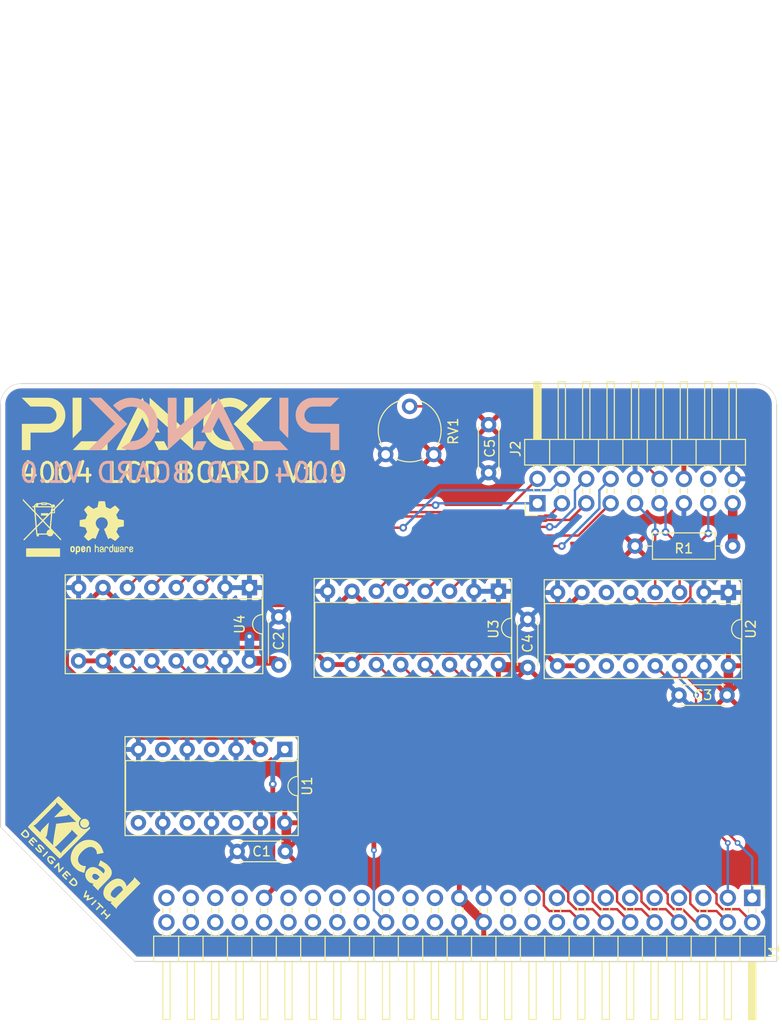
<source format=kicad_pcb>
(kicad_pcb (version 20211014) (generator pcbnew)
  (layers (0 "F.Cu" signal) (31 "B.Cu" signal) (34 "B.Paste" user) (35 "F.Paste" user) (36 "B.SilkS" user "B.Silkscreen") (37 "F.SilkS" user "F.Silkscreen") (38 "B.Mask" user) (39 "F.Mask" user) (44 "Edge.Cuts" user))
  (net 0 "")
  (net 1 "RDY")
  (net 2 "A15")
  (net 3 "A14")
  (net 4 "A13")
  (net 5 "A12")
  (net 6 "A11")
  (net 7 "GND")
  (net 8 "+5V")
  (net 9 "A10")
  (net 10 "A9")
  (net 11 "A8")
  (net 12 "D7")
  (net 13 "A7")
  (net 14 "D6")
  (net 15 "A6")
  (net 16 "D5")
  (net 17 "A5")
  (net 18 "D4")
  (net 19 "A4")
  (net 20 "D3")
  (net 21 "A3")
  (net 22 "D2")
  (net 23 "A2")
  (net 24 "D1")
  (net 25 "A1")
  (net 26 "D0")
  (net 27 "A0")
  (net 28 "CLK")
  (net 29 "BE")
  (net 30 "SYNC")
  (net 31 "EX3")
  (net 32 "EX2")
  (net 33 "EX1")
  (net 34 "EX0")
  (net 35 "~{NMI}")
  (net 36 "~{RESET}")
  (net 37 "~{SLOT_IRQ}")
  (net 38 "~{IRQ}")
  (net 39 "R~{W}")
  (net 40 "CLK_12M")
  (net 41 "LED4")
  (net 42 "LED3")
  (net 43 "LED2")
  (net 44 "LED1")
  (net 45 "~{SLOT_SEL}")
  (net 46 "~{INH}")
  (net 47 "~{SSEL}")
  (net 48 "~{SLOW}")
  (net 49 "/E1")
  (net 50 "Net-(RV1-Pad2)")
  (net 53 "CLK_INV")
  (net 56 "Net-(U2-Pad5)")
  (net 59 "/A")
  (net 60 "/RS")
  (net 61 "/D_7")
  (net 62 "/D_6")
  (net 63 "/D_5")
  (net 64 "/D_4")
  (net 65 "/D_3")
  (net 66 "/D_2")
  (net 67 "/D_1")
  (net 68 "/D_0")
  (footprint "Connector_PinHeader_2.54mm:PinHeader_2x25_P2.54mm_Horizontal" (layer "F.Cu") (at 78.232 -6.604 -90)
    (fp_text reference "J1" (at 5.655 -2.27 90) (layer "F.SilkS"))
    (fp_text value "Conn_01x40")
    (pad "1" thru_hole rect locked (at 0 0 270) (size 1.7 1.7) (drill 1) (layers *.Cu *.Mask) (net 27 "A0"))
    (pad "2" thru_hole oval locked (at 2.54 0 270) (size 1.7 1.7) (drill 1) (layers *.Cu *.Mask) (net 26 "D0"))
    (pad "3" thru_hole oval locked (at 0 2.54 270) (size 1.7 1.7) (drill 1) (layers *.Cu *.Mask) (net 25 "A1"))
    (pad "4" thru_hole oval locked (at 2.54 2.54 270) (size 1.7 1.7) (drill 1) (layers *.Cu *.Mask) (net 24 "D1"))
    (pad "5" thru_hole oval locked (at 0 5.08 270) (size 1.7 1.7) (drill 1) (layers *.Cu *.Mask) (net 23 "A2"))
    (pad "6" thru_hole oval locked (at 2.54 5.08 270) (size 1.7 1.7) (drill 1) (layers *.Cu *.Mask) (net 22 "D2"))
    (pad "7" thru_hole oval locked (at 0 7.62 270) (size 1.7 1.7) (drill 1) (layers *.Cu *.Mask) (net 21 "A3"))
    (pad "8" thru_hole oval locked (at 2.54 7.62 270) (size 1.7 1.7) (drill 1) (layers *.Cu *.Mask) (net 20 "D3"))
    (pad "9" thru_hole oval locked (at 0 10.16 270) (size 1.7 1.7) (drill 1) (layers *.Cu *.Mask) (net 19 "A4"))
    (pad "10" thru_hole oval locked (at 2.54 10.16 270) (size 1.7 1.7) (drill 1) (layers *.Cu *.Mask) (net 18 "D4"))
    (pad "11" thru_hole oval locked (at 0 12.7 270) (size 1.7 1.7) (drill 1) (layers *.Cu *.Mask) (net 17 "A5"))
    (pad "12" thru_hole oval locked (at 2.54 12.7 270) (size 1.7 1.7) (drill 1) (layers *.Cu *.Mask) (net 16 "D5"))
    (pad "13" thru_hole oval locked (at 0 15.24 270) (size 1.7 1.7) (drill 1) (layers *.Cu *.Mask) (net 15 "A6"))
    (pad "14" thru_hole oval locked (at 2.54 15.24 270) (size 1.7 1.7) (drill 1) (layers *.Cu *.Mask) (net 14 "D6"))
    (pad "15" thru_hole oval locked (at 0 17.78 270) (size 1.7 1.7) (drill 1) (layers *.Cu *.Mask) (net 13 "A7"))
    (pad "16" thru_hole oval locked (at 2.54 17.78 270) (size 1.7 1.7) (drill 1) (layers *.Cu *.Mask) (net 12 "D7"))
    (pad "17" thru_hole oval locked (at 0 20.32 270) (size 1.7 1.7) (drill 1) (layers *.Cu *.Mask) (net 11 "A8"))
    (pad "18" thru_hole oval locked (at 2.54 20.32 270) (size 1.7 1.7) (drill 1) (layers *.Cu *.Mask) (net 34 "EX0"))
    (pad "19" thru_hole oval locked (at 0 22.86 270) (size 1.7 1.7) (drill 1) (layers *.Cu *.Mask) (net 10 "A9"))
    (pad "20" thru_hole oval locked (at 2.54 22.86 270) (size 1.7 1.7) (drill 1) (layers *.Cu *.Mask) (net 33 "EX1"))
    (pad "21" thru_hole oval locked (at 0 25.4 270) (size 1.7 1.7) (drill 1) (layers *.Cu *.Mask) (net 9 "A10"))
    (pad "22" thru_hole oval locked (at 2.54 25.4 270) (size 1.7 1.7) (drill 1) (layers *.Cu *.Mask) (net 48 "~{SLOW}"))
    (pad "23" thru_hole oval locked (at 0 27.94 270) (size 1.7 1.7) (drill 1) (layers *.Cu *.Mask) (net 7 "GND"))
    (pad "24" thru_hole oval locked (at 2.54 27.94 270) (size 1.7 1.7) (drill 1) (layers *.Cu *.Mask) (net 8 "+5V"))
    (pad "25" thru_hole oval locked (at 0 30.48 270) (size 1.7 1.7) (drill 1) (layers *.Cu *.Mask) (net 8 "+5V"))
    (pad "26" thru_hole oval locked (at 2.54 30.48 270) (size 1.7 1.7) (drill 1) (layers *.Cu *.Mask) (net 7 "GND"))
    (pad "27" thru_hole oval locked (at 0 33.02 270) (size 1.7 1.7) (drill 1) (layers *.Cu *.Mask) (net 6 "A11"))
    (pad "28" thru_hole oval locked (at 2.54 33.02 270) (size 1.7 1.7) (drill 1) (layers *.Cu *.Mask) (net 47 "~{SSEL}"))
    (pad "29" thru_hole oval locked (at 0 35.56 270) (size 1.7 1.7) (drill 1) (layers *.Cu *.Mask) (net 5 "A12"))
    (pad "30" thru_hole oval locked (at 2.54 35.56 270) (size 1.7 1.7) (drill 1) (layers *.Cu *.Mask) (net 46 "~{INH}"))
    (pad "31" thru_hole oval locked (at 0 38.1 270) (size 1.7 1.7) (drill 1) (layers *.Cu *.Mask) (net 4 "A13"))
    (pad "32" thru_hole oval locked (at 2.54 38.1 270) (size 1.7 1.7) (drill 1) (layers *.Cu *.Mask) (net 45 "~{SLOT_SEL}"))
    (pad "33" thru_hole oval locked (at 0 40.64 270) (size 1.7 1.7) (drill 1) (layers *.Cu *.Mask) (net 3 "A14"))
    (pad "34" thru_hole oval locked (at 2.54 40.64 270) (size 1.7 1.7) (drill 1) (layers *.Cu *.Mask) (net 44 "LED1"))
    (pad "35" thru_hole oval locked (at 0 43.18 270) (size 1.7 1.7) (drill 1) (layers *.Cu *.Mask) (net 2 "A15"))
    (pad "36" thru_hole oval locked (at 2.54 43.18 270) (size 1.7 1.7) (drill 1) (layers *.Cu *.Mask) (net 43 "LED2"))
    (pad "37" thru_hole oval locked (at 0 45.72 270) (size 1.7 1.7) (drill 1) (layers *.Cu *.Mask) (net 1 "RDY"))
    (pad "38" thru_hole oval locked (at 2.54 45.72 270) (size 1.7 1.7) (drill 1) (layers *.Cu *.Mask) (net 42 "LED3"))
    (pad "39" thru_hole oval locked (at 0 48.26 270) (size 1.7 1.7) (drill 1) (layers *.Cu *.Mask) (net 29 "BE"))
    (pad "40" thru_hole oval locked (at 2.54 48.26 270) (size 1.7 1.7) (drill 1) (layers *.Cu *.Mask) (net 41 "LED4"))
    (pad "41" thru_hole oval locked (at 0 50.8 270) (size 1.7 1.7) (drill 1) (layers *.Cu *.Mask) (net 28 "CLK"))
    (pad "42" thru_hole oval locked (at 2.54 50.8 270) (size 1.7 1.7) (drill 1) (layers *.Cu *.Mask) (net 40 "CLK_12M"))
    (pad "43" thru_hole oval locked (at 0 53.34 270) (size 1.7 1.7) (drill 1) (layers *.Cu *.Mask) (net 39 "R~{W}"))
    (pad "44" thru_hole oval locked (at 2.54 53.34 270) (size 1.7 1.7) (drill 1) (layers *.Cu *.Mask) (net 32 "EX2"))
    (pad "45" thru_hole oval locked (at 0 55.88 270) (size 1.7 1.7) (drill 1) (layers *.Cu *.Mask) (net 38 "~{IRQ}"))
    (pad "46" thru_hole oval locked (at 2.54 55.88 270) (size 1.7 1.7) (drill 1) (layers *.Cu *.Mask) (net 31 "EX3"))
    (pad "47" thru_hole oval locked (at 0 58.42 270) (size 1.7 1.7) (drill 1) (layers *.Cu *.Mask) (net 30 "SYNC"))
    (pad "48" thru_hole oval locked (at 2.54 58.42 270) (size 1.7 1.7) (drill 1) (layers *.Cu *.Mask) (net 37 "~{SLOT_IRQ}"))
    (pad "49" thru_hole oval locked (at 0 60.96 270) (size 1.7 1.7) (drill 1) (layers *.Cu *.Mask) (net 36 "~{RESET}"))
    (pad "50" thru_hole oval locked (at 2.54 60.96 270) (size 1.7 1.7) (drill 1) (layers *.Cu *.Mask) (net 35 "~{NMI}"))
  )
  (footprint "Capacitor_THT:C_Disc_D4.3mm_W1.9mm_P5.00mm" (layer "F.Cu") (at 24.638 -11.43)
    (fp_text reference "C1" (at 2.54 0) (layer "F.SilkS"))
    (fp_text value "10n")
    (pad "1" thru_hole circle locked (at 0 0) (size 1.6 1.6) (drill 0.8) (layers *.Cu *.Mask) (net 7 "GND"))
    (pad "2" thru_hole circle locked (at 5 0) (size 1.6 1.6) (drill 0.8) (layers *.Cu *.Mask) (net 8 "+5V"))
  )
  (footprint "Capacitor_THT:C_Disc_D4.3mm_W1.9mm_P5.00mm" (layer "F.Cu") (at 28.956 -35.814 -90)
    (fp_text reference "C2" (at 2.5 0 90) (layer "F.SilkS"))
    (fp_text value "10n")
    (pad "1" thru_hole circle locked (at 0 0 270) (size 1.6 1.6) (drill 0.8) (layers *.Cu *.Mask) (net 7 "GND"))
    (pad "2" thru_hole circle locked (at 5 0 270) (size 1.6 1.6) (drill 0.8) (layers *.Cu *.Mask) (net 8 "+5V"))
  )
  (footprint "Capacitor_THT:C_Disc_D4.3mm_W1.9mm_P5.00mm" (layer "F.Cu") (at 54.864 -35.56 -90)
    (fp_text reference "C4" (at 2.5 0 90) (layer "F.SilkS"))
    (fp_text value "10n")
    (pad "1" thru_hole circle locked (at 0 0 270) (size 1.6 1.6) (drill 0.8) (layers *.Cu *.Mask) (net 7 "GND"))
    (pad "2" thru_hole circle locked (at 5 0 270) (size 1.6 1.6) (drill 0.8) (layers *.Cu *.Mask) (net 8 "+5V"))
  )
  (footprint "Resistor_THT:R_Axial_DIN0207_L6.3mm_D2.5mm_P10.16mm_Horizontal" (layer "F.Cu") (at 66.04 -43.18)
    (fp_text reference "R1" (at 5.08 0.254) (layer "F.SilkS"))
    (fp_text value "330R")
    (pad "1" thru_hole circle locked (at 0 0) (size 1.6 1.6) (drill 0.8) (layers *.Cu *.Mask) (net 8 "+5V"))
    (pad "2" thru_hole oval locked (at 10.16 0) (size 1.6 1.6) (drill 0.8) (layers *.Cu *.Mask) (net 59 "/A"))
  )
  (footprint "Potentiometer_THT:Potentiometer_Piher_PT-6-V_Vertical" (layer "F.Cu") (at 45.085 -52.705 90)
    (fp_text reference "RV1" (at 2.413 2.032 90) (layer "F.SilkS"))
    (fp_text value "R_POT_Small")
    (pad "1" thru_hole circle locked (at 0 0 90) (size 1.62 1.62) (drill 0.9) (layers *.Cu *.Mask) (net 8 "+5V"))
    (pad "2" thru_hole circle locked (at 5 -2.5 90) (size 1.62 1.62) (drill 0.9) (layers *.Cu *.Mask) (net 50 "Net-(RV1-Pad2)"))
    (pad "3" thru_hole circle locked (at 0 -5 90) (size 1.62 1.62) (drill 0.9) (layers *.Cu *.Mask) (net 7 "GND"))
  )
  (footprint "Package_DIP:DIP-14_W7.62mm_Socket" (layer "F.Cu") (at 29.591 -22.0345 -90)
    (fp_text reference "U1" (at 3.81 -2.33 90) (layer "F.SilkS"))
    (fp_text value "74HC04")
    (pad "1" thru_hole rect locked (at 0 0 270) (size 1.6 1.6) (drill 0.8) (layers *.Cu *.Mask) (net 28 "CLK"))
    (pad "2" thru_hole oval locked (at 0 2.54 270) (size 1.6 1.6) (drill 0.8) (layers *.Cu *.Mask) (net 53 "CLK_INV"))
    (pad "3" thru_hole oval locked (at 0 5.08 270) (size 1.6 1.6) (drill 0.8) (layers *.Cu *.Mask) (net 7 "GND"))
    (pad "4" thru_hole oval locked (at 0 7.62 270) (size 1.6 1.6) (drill 0.8) (layers *.Cu *.Mask))
    (pad "5" thru_hole oval locked (at 0 10.16 270) (size 1.6 1.6) (drill 0.8) (layers *.Cu *.Mask) (net 7 "GND"))
    (pad "6" thru_hole oval locked (at 0 12.7 270) (size 1.6 1.6) (drill 0.8) (layers *.Cu *.Mask))
    (pad "7" thru_hole oval locked (at 0 15.24 270) (size 1.6 1.6) (drill 0.8) (layers *.Cu *.Mask) (net 7 "GND"))
    (pad "8" thru_hole oval locked (at 7.62 15.24 270) (size 1.6 1.6) (drill 0.8) (layers *.Cu *.Mask))
    (pad "9" thru_hole oval locked (at 7.62 12.7 270) (size 1.6 1.6) (drill 0.8) (layers *.Cu *.Mask) (net 7 "GND"))
    (pad "10" thru_hole oval locked (at 7.62 10.16 270) (size 1.6 1.6) (drill 0.8) (layers *.Cu *.Mask))
    (pad "11" thru_hole oval locked (at 7.62 7.62 270) (size 1.6 1.6) (drill 0.8) (layers *.Cu *.Mask) (net 7 "GND"))
    (pad "12" thru_hole oval locked (at 7.62 5.08 270) (size 1.6 1.6) (drill 0.8) (layers *.Cu *.Mask))
    (pad "13" thru_hole oval locked (at 7.62 2.54 270) (size 1.6 1.6) (drill 0.8) (layers *.Cu *.Mask) (net 7 "GND"))
    (pad "14" thru_hole oval locked (at 7.62 0 270) (size 1.6 1.6) (drill 0.8) (layers *.Cu *.Mask) (net 8 "+5V"))
  )
  (footprint "Package_DIP:DIP-16_W7.62mm_Socket" (layer "F.Cu") (at 75.7555 -38.354 -90)
    (fp_text reference "U2" (at 3.81 -2.33 90) (layer "F.SilkS"))
    (fp_text value "74HC173")
    (pad "1" thru_hole rect locked (at 0 0 270) (size 1.6 1.6) (drill 0.8) (layers *.Cu *.Mask) (net 7 "GND"))
    (pad "2" thru_hole oval locked (at 0 2.54 270) (size 1.6 1.6) (drill 0.8) (layers *.Cu *.Mask) (net 7 "GND"))
    (pad "3" thru_hole oval locked (at 0 5.08 270) (size 1.6 1.6) (drill 0.8) (layers *.Cu *.Mask) (net 60 "/RS"))
    (pad "4" thru_hole oval locked (at 0 7.62 270) (size 1.6 1.6) (drill 0.8) (layers *.Cu *.Mask) (net 49 "/E1"))
    (pad "5" thru_hole oval locked (at 0 10.16 270) (size 1.6 1.6) (drill 0.8) (layers *.Cu *.Mask) (net 56 "Net-(U2-Pad5)"))
    (pad "6" thru_hole oval locked (at 0 12.7 270) (size 1.6 1.6) (drill 0.8) (layers *.Cu *.Mask))
    (pad "7" thru_hole oval locked (at 0 15.24 270) (size 1.6 1.6) (drill 0.8) (layers *.Cu *.Mask) (net 53 "CLK_INV"))
    (pad "8" thru_hole oval locked (at 0 17.78 270) (size 1.6 1.6) (drill 0.8) (layers *.Cu *.Mask) (net 7 "GND"))
    (pad "9" thru_hole oval locked (at 7.62 17.78 270) (size 1.6 1.6) (drill 0.8) (layers *.Cu *.Mask) (net 45 "~{SLOT_SEL}"))
    (pad "10" thru_hole oval locked (at 7.62 15.24 270) (size 1.6 1.6) (drill 0.8) (layers *.Cu *.Mask) (net 45 "~{SLOT_SEL}"))
    (pad "11" thru_hole oval locked (at 7.62 12.7 270) (size 1.6 1.6) (drill 0.8) (layers *.Cu *.Mask))
    (pad "12" thru_hole oval locked (at 7.62 10.16 270) (size 1.6 1.6) (drill 0.8) (layers *.Cu *.Mask))
    (pad "13" thru_hole oval locked (at 7.62 7.62 270) (size 1.6 1.6) (drill 0.8) (layers *.Cu *.Mask) (net 27 "A0"))
    (pad "14" thru_hole oval locked (at 7.62 5.08 270) (size 1.6 1.6) (drill 0.8) (layers *.Cu *.Mask) (net 25 "A1"))
    (pad "15" thru_hole oval locked (at 7.62 2.54 270) (size 1.6 1.6) (drill 0.8) (layers *.Cu *.Mask) (net 7 "GND"))
    (pad "16" thru_hole oval locked (at 7.62 0 270) (size 1.6 1.6) (drill 0.8) (layers *.Cu *.Mask) (net 8 "+5V"))
  )
  (footprint "Package_DIP:DIP-16_W7.62mm_Socket" (layer "F.Cu") (at 51.816 -38.481 -90)
    (fp_text reference "U3" (at 3.937 0.508 90) (layer "F.SilkS"))
    (fp_text value "74HC173")
    (pad "1" thru_hole rect locked (at 0 0 270) (size 1.6 1.6) (drill 0.8) (layers *.Cu *.Mask) (net 7 "GND"))
    (pad "2" thru_hole oval locked (at 0 2.54 270) (size 1.6 1.6) (drill 0.8) (layers *.Cu *.Mask) (net 7 "GND"))
    (pad "3" thru_hole oval locked (at 0 5.08 270) (size 1.6 1.6) (drill 0.8) (layers *.Cu *.Mask) (net 68 "/D_0"))
    (pad "4" thru_hole oval locked (at 0 7.62 270) (size 1.6 1.6) (drill 0.8) (layers *.Cu *.Mask) (net 67 "/D_1"))
    (pad "5" thru_hole oval locked (at 0 10.16 270) (size 1.6 1.6) (drill 0.8) (layers *.Cu *.Mask) (net 66 "/D_2"))
    (pad "6" thru_hole oval locked (at 0 12.7 270) (size 1.6 1.6) (drill 0.8) (layers *.Cu *.Mask) (net 65 "/D_3"))
    (pad "7" thru_hole oval locked (at 0 15.24 270) (size 1.6 1.6) (drill 0.8) (layers *.Cu *.Mask) (net 53 "CLK_INV"))
    (pad "8" thru_hole oval locked (at 0 17.78 270) (size 1.6 1.6) (drill 0.8) (layers *.Cu *.Mask) (net 7 "GND"))
    (pad "9" thru_hole oval locked (at 7.62 17.78 270) (size 1.6 1.6) (drill 0.8) (layers *.Cu *.Mask) (net 45 "~{SLOT_SEL}"))
    (pad "10" thru_hole oval locked (at 7.62 15.24 270) (size 1.6 1.6) (drill 0.8) (layers *.Cu *.Mask) (net 45 "~{SLOT_SEL}"))
    (pad "11" thru_hole oval locked (at 7.62 12.7 270) (size 1.6 1.6) (drill 0.8) (layers *.Cu *.Mask) (net 20 "D3"))
    (pad "12" thru_hole oval locked (at 7.62 10.16 270) (size 1.6 1.6) (drill 0.8) (layers *.Cu *.Mask) (net 22 "D2"))
    (pad "13" thru_hole oval locked (at 7.62 7.62 270) (size 1.6 1.6) (drill 0.8) (layers *.Cu *.Mask) (net 24 "D1"))
    (pad "14" thru_hole oval locked (at 7.62 5.08 270) (size 1.6 1.6) (drill 0.8) (layers *.Cu *.Mask) (net 26 "D0"))
    (pad "15" thru_hole oval locked (at 7.62 2.54 270) (size 1.6 1.6) (drill 0.8) (layers *.Cu *.Mask) (net 7 "GND"))
    (pad "16" thru_hole oval locked (at 7.62 0 270) (size 1.6 1.6) (drill 0.8) (layers *.Cu *.Mask) (net 8 "+5V"))
  )
  (footprint "Package_DIP:DIP-16_W7.62mm_Socket" (layer "F.Cu") (at 25.908 -38.862 -90)
    (fp_text reference "U4" (at 3.81 1.016 90) (layer "F.SilkS"))
    (fp_text value "74HC173")
    (pad "1" thru_hole rect locked (at 0 0 270) (size 1.6 1.6) (drill 0.8) (layers *.Cu *.Mask) (net 7 "GND"))
    (pad "2" thru_hole oval locked (at 0 2.54 270) (size 1.6 1.6) (drill 0.8) (layers *.Cu *.Mask) (net 7 "GND"))
    (pad "3" thru_hole oval locked (at 0 5.08 270) (size 1.6 1.6) (drill 0.8) (layers *.Cu *.Mask) (net 64 "/D_4"))
    (pad "4" thru_hole oval locked (at 0 7.62 270) (size 1.6 1.6) (drill 0.8) (layers *.Cu *.Mask) (net 63 "/D_5"))
    (pad "5" thru_hole oval locked (at 0 10.16 270) (size 1.6 1.6) (drill 0.8) (layers *.Cu *.Mask) (net 62 "/D_6"))
    (pad "6" thru_hole oval locked (at 0 12.7 270) (size 1.6 1.6) (drill 0.8) (layers *.Cu *.Mask) (net 61 "/D_7"))
    (pad "7" thru_hole oval locked (at 0 15.24 270) (size 1.6 1.6) (drill 0.8) (layers *.Cu *.Mask) (net 53 "CLK_INV"))
    (pad "8" thru_hole oval locked (at 0 17.78 270) (size 1.6 1.6) (drill 0.8) (layers *.Cu *.Mask) (net 7 "GND"))
    (pad "9" thru_hole oval locked (at 7.62 17.78 270) (size 1.6 1.6) (drill 0.8) (layers *.Cu *.Mask) (net 45 "~{SLOT_SEL}"))
    (pad "10" thru_hole oval locked (at 7.62 15.24 270) (size 1.6 1.6) (drill 0.8) (layers *.Cu *.Mask) (net 45 "~{SLOT_SEL}"))
    (pad "11" thru_hole oval locked (at 7.62 12.7 270) (size 1.6 1.6) (drill 0.8) (layers *.Cu *.Mask) (net 12 "D7"))
    (pad "12" thru_hole oval locked (at 7.62 10.16 270) (size 1.6 1.6) (drill 0.8) (layers *.Cu *.Mask) (net 14 "D6"))
    (pad "13" thru_hole oval locked (at 7.62 7.62 270) (size 1.6 1.6) (drill 0.8) (layers *.Cu *.Mask) (net 16 "D5"))
    (pad "14" thru_hole oval locked (at 7.62 5.08 270) (size 1.6 1.6) (drill 0.8) (layers *.Cu *.Mask) (net 18 "D4"))
    (pad "15" thru_hole oval locked (at 7.62 2.54 270) (size 1.6 1.6) (drill 0.8) (layers *.Cu *.Mask) (net 7 "GND"))
    (pad "16" thru_hole oval locked (at 7.62 0 270) (size 1.6 1.6) (drill 0.8) (layers *.Cu *.Mask) (net 8 "+5V"))
  )
  (footprint "Capacitor_THT:C_Disc_D4.3mm_W1.9mm_P5.00mm" (layer "F.Cu") (at 50.8 -50.8 90)
    (fp_text reference "C5" (at 2.54 0.127 90) (layer "F.SilkS"))
    (fp_text value "10n")
    (pad "1" thru_hole circle locked (at 0 0 90) (size 1.6 1.6) (drill 0.8) (layers *.Cu *.Mask) (net 7 "GND"))
    (pad "2" thru_hole circle locked (at 5 0 90) (size 1.6 1.6) (drill 0.8) (layers *.Cu *.Mask) (net 8 "+5V"))
  )
  (footprint "Capacitor_THT:C_Disc_D4.3mm_W1.9mm_P5.00mm" (layer "F.Cu") (at 70.612 -27.686)
    (fp_text reference "C3" (at 2.5 0) (layer "F.SilkS"))
    (fp_text value "10n")
    (pad "1" thru_hole circle locked (at 0 0) (size 1.6 1.6) (drill 0.8) (layers *.Cu *.Mask) (net 7 "GND"))
    (pad "2" thru_hole circle locked (at 5 0) (size 1.6 1.6) (drill 0.8) (layers *.Cu *.Mask) (net 8 "+5V"))
  )
  (footprint "Logo:logo" (layer "F.Cu") (at 15.24 -55.88)
    (fp_text reference "G***" hide)
    (fp_text value "LOGO" hide)
  )
  (footprint "Symbol:OSHW-Logo2_7.3x6mm_SilkScreen" (layer "F.Cu") (at 10.541 -45.085)
    (fp_text reference "REF**" hide)
    (fp_text value "OSHW-Logo2_7.3x6mm_SilkScreen" hide)
  )
  (footprint "Symbol:WEEE-Logo_4.2x6mm_SilkScreen" (layer "F.Cu") (at 4.445 -45.085)
    (fp_text reference "REF**" hide)
    (fp_text value "WEEE-Logo_4.2x6mm_SilkScreen" hide)
  )
  (footprint "Symbol:KiCad-Logo2_5mm_SilkScreen" (layer "F.Cu") (at 8.636 -10.922 -45)
    (fp_text reference "REF**" hide)
    (fp_text value "KiCad-Logo2_5mm_SilkScreen" hide)
  )
  (footprint "Connector_PinHeader_2.54mm:PinHeader_2x09_P2.54mm_Horizontal" (layer "F.Cu") (at 55.88 -47.625 90)
    (fp_text reference "J2" (at 5.655 -2.27 90) (layer "F.SilkS"))
    (fp_text value "Conn_02x09_Odd_Even")
    (pad "1" thru_hole rect (at 0 0 90) (size 1.7 1.7) (drill 1) (layers *.Cu *.Mask) (net 61 "/D_7"))
    (pad "2" thru_hole oval (at 2.54 0 90) (size 1.7 1.7) (drill 1) (layers *.Cu *.Mask) (net 62 "/D_6"))
    (pad "3" thru_hole oval (at 0 2.54 90) (size 1.7 1.7) (drill 1) (layers *.Cu *.Mask) (net 63 "/D_5"))
    (pad "4" thru_hole oval (at 2.54 2.54 90) (size 1.7 1.7) (drill 1) (layers *.Cu *.Mask) (net 64 "/D_4"))
    (pad "5" thru_hole oval (at 0 5.08 90) (size 1.7 1.7) (drill 1) (layers *.Cu *.Mask) (net 65 "/D_3"))
    (pad "6" thru_hole oval (at 2.54 5.08 90) (size 1.7 1.7) (drill 1) (layers *.Cu *.Mask) (net 66 "/D_2"))
    (pad "7" thru_hole oval (at 0 7.62 90) (size 1.7 1.7) (drill 1) (layers *.Cu *.Mask) (net 67 "/D_1"))
    (pad "8" thru_hole oval (at 2.54 7.62 90) (size 1.7 1.7) (drill 1) (layers *.Cu *.Mask) (net 68 "/D_0"))
    (pad "9" thru_hole oval (at 0 10.16 90) (size 1.7 1.7) (drill 1) (layers *.Cu *.Mask) (net 49 "/E1"))
    (pad "10" thru_hole oval (at 2.54 10.16 90) (size 1.7 1.7) (drill 1) (layers *.Cu *.Mask) (net 7 "GND"))
    (pad "11" thru_hole oval (at 0 12.7 90) (size 1.7 1.7) (drill 1) (layers *.Cu *.Mask) (net 60 "/RS"))
    (pad "12" thru_hole oval (at 2.54 12.7 90) (size 1.7 1.7) (drill 1) (layers *.Cu *.Mask) (net 50 "Net-(RV1-Pad2)"))
    (pad "13" thru_hole oval (at 0 15.24 90) (size 1.7 1.7) (drill 1) (layers *.Cu *.Mask) (net 7 "GND"))
    (pad "14" thru_hole oval (at 2.54 15.24 90) (size 1.7 1.7) (drill 1) (layers *.Cu *.Mask) (net 8 "+5V"))
    (pad "15" thru_hole oval (at 0 17.78 90) (size 1.7 1.7) (drill 1) (layers *.Cu *.Mask) (net 56 "Net-(U2-Pad5)"))
    (pad "16" thru_hole oval (at 2.54 17.78 90) (size 1.7 1.7) (drill 1) (layers *.Cu *.Mask))
    (pad "17" thru_hole oval (at 0 20.32 90) (size 1.7 1.7) (drill 1) (layers *.Cu *.Mask) (net 59 "/A"))
    (pad "18" thru_hole oval (at 2.54 20.32 90) (size 1.7 1.7) (drill 1) (layers *.Cu *.Mask) (net 7 "GND"))
  )
  (footprint "Logo:logo" (layer "B.Cu") (at 22.225 -55.88 180)
    (fp_text reference "G***" hide)
    (fp_text value "LOGO" hide)
  )
  (gr_arc (start 0 -57.912) (mid 0.632356 -59.438644) (end 2.159 -60.071) (layer "Edge.Cuts") (width 0.05))
  (gr_line (start 80.772 -57.912) (end 80.772 0) (layer "Edge.Cuts") (width 0.1))
  (gr_arc (start 78.613 -60.071) (mid 80.139644 -59.438644) (end 80.772 -57.912) (layer "Edge.Cuts") (width 0.05))
  (gr_line (start 80.772 0) (end 13.97 0) (layer "Edge.Cuts") (width 0.1))
  (gr_line (start 13.97 0) (end 0 -13.97) (layer "Edge.Cuts") (width 0.05))
  (gr_line (start 0 -13.97) (end 0 -57.912) (layer "Edge.Cuts") (width 0.1))
  (gr_line (start 2.159 -60.071) (end 78.613 -60.071) (layer "Edge.Cuts") (width 0.1))
  (gr_text "4004 LCD BOARD V1.0" (at 19.05 -50.8) (layer "B.SilkS") (effects (font (size 2 2) (thickness 0.3)) (justify mirror)))
  (gr_text "4004 LCD BOARD V1.0" (at 19.05 -50.8) (layer "F.SilkS") (effects (font (size 2 2) (thickness 0.3))))
  (segment (start 48.995 -30.58) (end 49.276 -30.861) (width 1) (layer "F.Cu") (net 7))
  (segment (start 26.77 -14.1335) (end 27.051 -14.4145) (width 1) (layer "F.Cu") (net 7))
  (segment (start 75.7555 -27.8295) (end 75.7555 -30.734) (width 1) (layer "F.Cu") (net 8))
  (segment (start 50.292 -4.064) (end 47.752 -6.604) (width 1) (layer "F.Cu") (net 8))
  (segment (start 29.745 -14.2605) (end 29.591 -14.4145) (width 1) (layer "F.Cu") (net 8))
  (segment (start 75.612 -27.686) (end 75.7555 -27.8295) (width 1) (layer "F.Cu") (net 8))
  (segment (start 52.117 -30.56) (end 51.816 -30.861) (width 1) (layer "F.Cu") (net 8))
  (segment (start 29.745 -11.6205) (end 29.745 -14.2605) (width 1) (layer "F.Cu") (net 8))
  (segment (start 54.864 -30.56) (end 52.117 -30.56) (width 1) (layer "F.Cu") (net 8))
  (segment (start 28.528 -31.242) (end 25.908 -31.242) (width 1) (layer "F.Cu") (net 8))
  (segment (start 28.956 -30.814) (end 28.528 -31.242) (width 1) (layer "F.Cu") (net 8))
  (via (at 25.908 -33.782) (size 0.8) (drill 0.4) (layers "F.Cu" "B.Cu") (net 8))
  (segment (start 25.908 -31.242) (end 25.908 -33.782) (width 1) (layer "B.Cu") (net 8))
  (segment (start 16.5735 -27.8765) (end 13.208 -31.242) (width 0.25) (layer "F.Cu") (net 12))
  (segment (start 59.276999 -5.239001) (end 57.117999 -5.239001) (width 0.25) (layer "F.Cu") (net 12))
  (segment (start 35.838502 -27.8765) (end 16.5735 -27.8765) (width 0.25) (layer "F.Cu") (net 12))
  (segment (start 60.452 -4.064) (end 59.276999 -5.239001) (width 0.25) (layer "F.Cu") (net 12))
  (segment (start 56.547001 -5.809999) (end 56.547001 -7.168001) (width 0.25) (layer "F.Cu") (net 12))
  (segment (start 56.547001 -7.168001) (end 35.838502 -27.8765) (width 0.25) (layer "F.Cu") (net 12))
  (segment (start 57.117999 -5.239001) (end 56.547001 -5.809999) (width 0.25) (layer "F.Cu") (net 12))
  (segment (start 61.627001 -5.428999) (end 59.887999 -5.428999) (width 0.25) (layer "F.Cu") (net 14))
  (segment (start 37.928491 -28.326511) (end 18.663489 -28.326511) (width 0.25) (layer "F.Cu") (net 14))
  (segment (start 59.087001 -6.229997) (end 59.087001 -7.168001) (width 0.25) (layer "F.Cu") (net 14))
  (segment (start 59.087001 -7.168001) (end 37.928491 -28.326511) (width 0.25) (layer "F.Cu") (net 14))
  (segment (start 62.992 -4.064) (end 61.627001 -5.428999) (width 0.25) (layer "F.Cu") (net 14))
  (segment (start 18.663489 -28.326511) (end 15.748 -31.242) (width 0.25) (layer "F.Cu") (net 14))
  (segment (start 59.887999 -5.428999) (end 59.087001 -6.229997) (width 0.25) (layer "F.Cu") (net 14))
  (segment (start 65.532 -4.064) (end 64.167001 -5.428999) (width 0.25) (layer "F.Cu") (net 16))
  (segment (start 62.427999 -5.428999) (end 61.627001 -6.229997) (width 0.25) (layer "F.Cu") (net 16))
  (segment (start 61.627001 -7.168001) (end 40.01848 -28.776522) (width 0.25) (layer "F.Cu") (net 16))
  (segment (start 20.753478 -28.776522) (end 18.288 -31.242) (width 0.25) (layer "F.Cu") (net 16))
  (segment (start 40.01848 -28.776522) (end 20.753478 -28.776522) (width 0.25) (layer "F.Cu") (net 16))
  (segment (start 64.167001 -5.428999) (end 62.427999 -5.428999) (width 0.25) (layer "F.Cu") (net 16))
  (segment (start 61.627001 -6.229997) (end 61.627001 -7.168001) (width 0.25) (layer "F.Cu") (net 16))
  (segment (start 44.533902 -24.897511) (end 40.20488 -29.226533) (width 0.25) (layer "F.Cu") (net 18))
  (segment (start 22.843467 -29.226533) (end 20.828 -31.242) (width 0.25) (layer "F.Cu") (net 18))
  (segment (start 66.707001 -5.428999) (end 64.967999 -5.428999) (width 0.25) (layer "F.Cu") (net 18))
  (segment (start 64.167001 -7.168001) (end 46.437491 -24.897511) (width 0.25) (layer "F.Cu") (net 18))
  (segment (start 46.437491 -24.897511) (end 44.533902 -24.897511) (width 0.25) (layer "F.Cu") (net 18))
  (segment (start 64.167001 -6.229997) (end 64.167001 -7.168001) (width 0.25) (layer "F.Cu") (net 18))
  (segment (start 68.072 -4.064) (end 66.707001 -5.428999) (width 0.25) (layer "F.Cu") (net 18))
  (segment (start 64.967999 -5.428999) (end 64.167001 -6.229997) (width 0.25) (layer "F.Cu") (net 18))
  (segment (start 40.20488 -29.226533) (end 22.843467 -29.226533) (width 0.25) (layer "F.Cu") (net 18))
  (segment (start 48.52748 -25.347522) (end 44.720302 -25.347522) (width 0.25) (layer "F.Cu") (net 20))
  (segment (start 70.612 -4.064) (end 69.247001 -5.428999) (width 0.25) (layer "F.Cu") (net 20))
  (segment (start 66.707001 -7.168001) (end 48.52748 -25.347522) (width 0.25) (layer "F.Cu") (net 20))
  (segment (start 69.247001 -5.428999) (end 67.507999 -5.428999) (width 0.25) (layer "F.Cu") (net 20))
  (segment (start 44.720302 -25.347522) (end 39.206824 -30.861) (width 0.25) (layer "F.Cu") (net 20))
  (segment (start 39.206824 -30.861) (end 39.116 -30.861) (width 0.25) (layer "F.Cu") (net 20))
  (segment (start 67.507999 -5.428999) (end 66.707001 -6.229997) (width 0.25) (layer "F.Cu") (net 20))
  (segment (start 66.707001 -6.229997) (end 66.707001 -7.168001) (width 0.25) (layer "F.Cu") (net 20))
  (segment (start 69.436999 -6.978003) (end 50.570502 -25.8445) (width 0.25) (layer "F.Cu") (net 22))
  (segment (start 46.6725 -25.8445) (end 41.656 -30.861) (width 0.25) (layer "F.Cu") (net 22))
  (segment (start 50.570502 -25.8445) (end 46.6725 -25.8445) (width 0.25) (layer "F.Cu") (net 22))
  (segment (start 70.986003 -5.428999) (end 70.047999 -5.428999) (width 0.25) (layer "F.Cu") (net 22))
  (segment (start 73.152 -4.064) (end 72.351002 -4.064) (width 0.25) (layer "F.Cu") (net 22))
  (segment (start 72.351002 -4.064) (end 70.986003 -5.428999) (width 0.25) (layer "F.Cu") (net 22))
  (segment (start 69.436999 -6.039999) (end 69.436999 -6.978003) (width 0.25) (layer "F.Cu") (net 22))
  (segment (start 70.047999 -5.428999) (end 69.436999 -6.039999) (width 0.25) (layer "F.Cu") (net 22))
  (segment (start 48.635489 -26.294511) (end 44.196 -30.734) (width 0.25) (layer "F.Cu") (net 24))
  (segment (start 71.787001 -7.168001) (end 52.660491 -26.294511) (width 0.25) (layer "F.Cu") (net 24))
  (segment (start 44.196 -30.734) (end 44.196 -30.861) (width 0.25) (layer "F.Cu") (net 24))
  (segment (start 74.516999 -5.239001) (end 72.548499 -5.239001) (width 0.25) (layer "F.Cu") (net 24))
  (segment (start 52.660491 -26.294511) (end 48.635489 -26.294511) (width 0.25) (layer "F.Cu") (net 24))
  (segment (start 72.548499 -5.239001) (end 71.787001 -6.000499) (width 0.25) (layer "F.Cu") (net 24))
  (segment (start 75.692 -4.064) (end 74.516999 -5.239001) (width 0.25) (layer "F.Cu") (net 24))
  (segment (start 71.787001 -6.000499) (end 71.787001 -7.168001) (width 0.25) (layer "F.Cu") (net 24))
  (segment (start 75.692 -12.319) (end 72.39 -15.621) (width 0.25) (layer "F.Cu") (net 25))
  (segment (start 72.39 -15.621) (end 72.39 -27.686) (width 0.25) (layer "F.Cu") (net 25))
  (via (at 75.692 -12.319) (size 0.6) (drill 0.3) (layers "F.Cu" "B.Cu") (net 25))
  (via (at 72.39 -27.686) (size 0.6) (drill 0.3) (layers "F.Cu" "B.Cu") (net 25))
  (segment (start 70.6755 -29.4005) (end 72.39 -27.686) (width 0.25) (layer "B.Cu") (net 25))
  (segment (start 70.6755 -30.734) (end 70.6755 -29.4005) (width 0.25) (layer "B.Cu") (net 25))
  (segment (start 75.692 -12.319) (end 75.692 -6.604) (width 0.25) (layer "B.Cu") (net 25))
  (segment (start 74.516999 -6.978003) (end 54.691512 -26.80349) (width 0.25) (layer "F.Cu") (net 26))
  (segment (start 78.232 -4.064) (end 76.867001 -5.428999) (width 0.25) (layer "F.Cu") (net 26))
  (segment (start 76.867001 -5.428999) (end 75.127999 -5.428999) (width 0.25) (layer "F.Cu") (net 26))
  (segment (start 54.691512 -26.80349) (end 50.79351 -26.80349) (width 0.25) (layer "F.Cu") (net 26))
  (segment (start 50.79351 -26.80349) (end 46.736 -30.861) (width 0.25) (layer "F.Cu") (net 26))
  (segment (start 74.516999 -6.039999) (end 74.516999 -6.978003) (width 0.25) (layer "F.Cu") (net 26))
  (segment (start 75.127999 -5.428999) (end 74.516999 -6.039999) (width 0.25) (layer "F.Cu") (net 26))
  (segment (start 71.537004 -29.464) (end 73.152 -27.849004) (width 0.25) (layer "F.Cu") (net 27))
  (segment (start 73.152 -27.849004) (end 73.152 -15.875) (width 0.25) (layer "F.Cu") (net 27))
  (segment (start 73.152 -15.875) (end 76.708 -12.319) (width 0.25) (layer "F.Cu") (net 27))
  (segment (start 69.4055 -29.464) (end 71.537004 -29.464) (width 0.25) (layer "F.Cu") (net 27))
  (segment (start 68.1355 -30.734) (end 69.4055 -29.464) (width 0.25) (layer "F.Cu") (net 27))
  (via (at 76.708 -12.319) (size 0.6) (drill 0.3) (layers "F.Cu" "B.Cu") (net 27))
  (segment (start 78.232 -10.795) (end 76.708 -12.319) (width 0.25) (layer "B.Cu") (net 27))
  (segment (start 78.232 -6.604) (end 78.232 -10.795) (width 0.25) (layer "B.Cu") (net 27))
  (segment (start 28.339999 -18.433999) (end 28.339999 -7.511999) (width 0.5) (layer "F.Cu") (net 28))
  (segment (start 28.339999 -7.511999) (end 27.432 -6.604) (width 0.5) (layer "F.Cu") (net 28))
  (via (at 28.339999 -18.433999) (size 0.8) (drill 0.4) (layers "F.Cu" "B.Cu") (net 28))
  (segment (start 28.339999 -18.433999) (end 28.339999 -20.783499) (width 0.5) (layer "B.Cu") (net 28))
  (segment (start 28.339999 -20.783499) (end 29.591 -22.0345) (width 0.5) (layer "B.Cu") (net 28))
  (segment (start 10.668 -31.242) (end 14.732 -27.178) (width 0.5) (layer "F.Cu") (net 45))
  (segment (start 56.598499 -32.111001) (end 57.9755 -30.734) (width 0.5) (layer "F.Cu") (net 45))
  (segment (start 12.0015 -32.5755) (end 32.3215 -32.5755) (width 0.5) (layer "F.Cu") (net 45))
  (segment (start 38.862 -16.0655) (end 38.862 -11.556998) (width 0.5) (layer "F.Cu") (net 45))
  (segment (start 32.3215 -32.5755) (end 34.036 -30.861) (width 0.5) (layer "F.Cu") (net 45))
  (segment (start 34.036 -30.861) (end 36.576 -30.861) (width 0.5) (layer "F.Cu") (net 45))
  (segment (start 27.7495 -27.178) (end 38.862 -16.0655) (width 0.5) (layer "F.Cu") (net 45))
  (segment (start 57.9755 -30.734) (end 60.5155 -30.734) (width 0.5) (layer "F.Cu") (net 45))
  (segment (start 36.576 -30.861) (end 37.826001 -32.111001) (width 0.5) (layer "F.Cu") (net 45))
  (segment (start 14.732 -27.178) (end 27.7495 -27.178) (width 0.5) (layer "F.Cu") (net 45))
  (segment (start 8.128 -31.242) (end 10.668 -31.242) (width 0.5) (layer "F.Cu") (net 45))
  (segment (start 37.826001 -32.111001) (end 56.598499 -32.111001) (width 0.5) (layer "F.Cu") (net 45))
  (segment (start 10.668 -31.242) (end 12.0015 -32.5755) (width 0.5) (layer "F.Cu") (net 45))
  (via (at 38.862 -11.556998) (size 0.6) (drill 0.3) (layers "F.Cu" "B.Cu") (net 45))
  (segment (start 40.132 -4.064) (end 38.862 -5.334) (width 0.25) (layer "B.Cu") (net 45))
  (segment (start 38.862 -5.334) (end 38.862 -11.556998) (width 0.25) (layer "B.Cu") (net 45))
  (segment (start 68.1355 -44.6405) (end 68.1355 -38.354) (width 0.25) (layer "F.Cu") (net 49))
  (via (at 68.1355 -44.6405) (size 0.8) (drill 0.4) (layers "F.Cu" "B.Cu") (net 49))
  (segment (start 68.1355 -45.5295) (end 66.04 -47.625) (width 0.25) (layer "B.Cu") (net 49))
  (segment (start 68.1355 -44.6405) (end 68.1355 -45.5295) (width 0.25) (layer "B.Cu") (net 49))
  (segment (start 61.04 -57.705) (end 68.58 -50.165) (width 0.25) (layer "F.Cu") (net 50))
  (segment (start 42.585 -57.705) (end 61.04 -57.705) (width 0.25) (layer "F.Cu") (net 50))
  (segment (start 14.235497 -23.284501) (end 25.800999 -23.284501) (width 0.5) (layer "F.Cu") (net 53))
  (segment (start 35.179 -37.084) (end 12.446 -37.084) (width 0.5) (layer "F.Cu") (net 53))
  (segment (start 37.953001 -37.103999) (end 59.265499 -37.103999) (width 0.5) (layer "F.Cu") (net 53))
  (segment (start 6.877999 -35.071999) (end 6.877999 -30.641999) (width 0.5) (layer "F.Cu") (net 53))
  (segment (start 25.800999 -23.284501) (end 27.051 -22.0345) (width 0.5) (layer "F.Cu") (net 53))
  (segment (start 59.265499 -37.103999) (end 60.5155 -38.354) (width 0.5) (layer "F.Cu") (net 53))
  (segment (start 36.576 -38.481) (end 35.179 -37.084) (width 0.5) (layer "F.Cu") (net 53))
  (segment (start 6.877999 -30.641999) (end 14.235497 -23.284501) (width 0.5) (layer "F.Cu") (net 53))
  (segment (start 12.446 -37.084) (end 10.668 -38.862) (width 0.5) (layer "F.Cu") (net 53))
  (segment (start 36.576 -38.481) (end 37.953001 -37.103999) (width 0.5) (layer "F.Cu") (net 53))
  (segment (start 10.668 -38.862) (end 6.877999 -35.071999) (width 0.5) (layer "F.Cu") (net 53))
  (segment (start 71.141289 -37.229489) (end 71.800011 -37.888211) (width 0.25) (layer "F.Cu") (net 56))
  (segment (start 66.720011 -37.229489) (end 71.141289 -37.229489) (width 0.25) (layer "F.Cu") (net 56))
  (segment (start 65.5955 -38.354) (end 66.720011 -37.229489) (width 0.25) (layer "F.Cu") (net 56))
  (segment (start 71.800011 -37.888211) (end 71.800011 -42.635022) (width 0.25) (layer "F.Cu") (net 56))
  (segment (start 71.800011 -42.635022) (end 73.66 -44.495011) (width 0.25) (layer "F.Cu") (net 56))
  (via (at 73.66 -44.495011) (size 0.8) (drill 0.4) (layers "F.Cu" "B.Cu") (net 56))
  (segment (start 73.66 -47.625) (end 73.66 -44.495011) (width 0.25) (layer "B.Cu") (net 56))
  (segment (start 76.2 -43.18) (end 76.2 -47.625) (width 1) (layer "F.Cu") (net 59))
  (segment (start 70.6755 -38.354) (end 70.6755 -43.18) (width 0.25) (layer "F.Cu") (net 60))
  (segment (start 70.6755 -43.18) (end 69.215 -44.6405) (width 0.25) (layer "F.Cu") (net 60))
  (via (at 69.215 -44.6405) (size 0.8) (drill 0.4) (layers "F.Cu" "B.Cu") (net 60))
  (segment (start 69.215 -46.99) (end 69.215 -44.6405) (width 0.25) (layer "B.Cu") (net 60))
  (segment (start 68.58 -47.625) (end 69.215 -46.99) (width 0.25) (layer "B.Cu") (net 60))
  (segment (start 21.776201 -47.430201) (end 45.279799 -47.430201) (width 0.25) (layer "F.Cu") (net 61))
  (segment (start 13.208 -38.862) (end 21.776201 -47.430201) (width 0.25) (layer "F.Cu") (net 61))
  (via (at 45.279799 -47.430201) (size 0.8) (drill 0.4) (layers "F.Cu" "B.Cu") (net 61))
  (segment (start 55.88 -47.625) (end 45.474598 -47.625) (width 0.25) (layer "B.Cu") (net 61))
  (segment (start 45.474598 -47.625) (end 45.279799 -47.430201) (width 0.25) (layer "B.Cu") (net 61))
  (segment (start 23.5917 -46.7057) (end 15.748 -38.862) (width 0.25) (layer "F.Cu") (net 62))
  (segment (start 55.88 -50.165) (end 52.4207 -46.7057) (width 0.25) (layer "F.Cu") (net 62))
  (segment (start 52.4207 -46.7057) (end 23.5917 -46.7057) (width 0.25) (layer "F.Cu") (net 62))
  (segment (start 25.68219 -46.25619) (end 56.571386 -46.25619) (width 0.25) (layer "F.Cu") (net 63))
  (segment (start 56.571386 -46.25619) (end 56.663708 -46.348512) (width 0.25) (layer "F.Cu") (net 63))
  (segment (start 57.143512 -46.348512) (end 58.42 -47.625) (width 0.25) (layer "F.Cu") (net 63))
  (segment (start 56.663708 -46.348512) (end 57.143512 -46.348512) (width 0.25) (layer "F.Cu") (net 63))
  (segment (start 18.288 -38.862) (end 25.68219 -46.25619) (width 0.25) (layer "F.Cu") (net 63))
  (segment (start 20.828 -38.862) (end 27.051 -45.085) (width 0.25) (layer "F.Cu") (net 64))
  (segment (start 41.275 -45.085) (end 41.91 -45.085) (width 0.25) (layer "F.Cu") (net 64))
  (segment (start 27.051 -45.085) (end 41.275 -45.085) (width 0.25) (layer "F.Cu") (net 64))
  (via (at 41.91 -45.085) (size 0.8) (drill 0.4) (layers "F.Cu" "B.Cu") (net 64))
  (segment (start 57.245489 -48.990489) (end 58.42 -50.165) (width 0.25) (layer "B.Cu") (net 64))
  (segment (start 45.815489 -48.990489) (end 57.245489 -48.990489) (width 0.25) (layer "B.Cu") (net 64))
  (segment (start 41.91 -45.085) (end 45.815489 -48.990489) (width 0.25) (layer "B.Cu") (net 64))
  (segment (start 59.234001 -45.899001) (end 60.96 -47.625) (width 0.25) (layer "F.Cu") (net 65))
  (segment (start 56.849901 -45.899001) (end 59.234001 -45.899001) (width 0.25) (layer "F.Cu") (net 65))
  (segment (start 56.757569 -45.806669) (end 56.849901 -45.899001) (width 0.25) (layer "F.Cu") (net 65))
  (segment (start 46.441669 -45.806669) (end 56.757569 -45.806669) (width 0.25) (layer "F.Cu") (net 65))
  (segment (start 39.116 -38.481) (end 46.441669 -45.806669) (width 0.25) (layer "F.Cu") (net 65))
  (segment (start 48.3495 -45.1745) (end 57.15 -45.1745) (width 0.25) (layer "F.Cu") (net 66))
  (segment (start 41.656 -38.481) (end 48.3495 -45.1745) (width 0.25) (layer "F.Cu") (net 66))
  (via (at 57.15 -45.1745) (size 0.8) (drill 0.4) (layers "F.Cu" "B.Cu") (net 66))
  (segment (start 59.785489 -47.174989) (end 57.785 -45.1745) (width 0.25) (layer "B.Cu") (net 66))
  (segment (start 59.785489 -48.990489) (end 59.785489 -47.174989) (width 0.25) (layer "B.Cu") (net 66))
  (segment (start 57.785 -45.1745) (end 57.15 -45.1745) (width 0.25) (layer "B.Cu") (net 66))
  (segment (start 60.96 -50.165) (end 59.785489 -48.990489) (width 0.25) (layer "B.Cu") (net 66))
  (segment (start 44.196 -38.481) (end 49.985989 -44.270989) (width 0.25) (layer "F.Cu") (net 67))
  (segment (start 49.985989 -44.270989) (end 60.145989 -44.270989) (width 0.25) (layer "F.Cu") (net 67))
  (segment (start 60.145989 -44.270989) (end 63.5 -47.625) (width 0.25) (layer "F.Cu") (net 67))
  (segment (start 46.736 -38.481) (end 51.435 -43.18) (width 0.25) (layer "F.Cu") (net 68))
  (segment (start 51.435 -43.18) (end 58.42 -43.18) (width 0.25) (layer "F.Cu") (net 68))
  (via (at 58.42 -43.18) (size 0.8) (drill 0.4) (layers "F.Cu" "B.Cu") (net 68))
  (segment (start 62.325489 -48.990489) (end 63.5 -50.165) (width 0.25) (layer "B.Cu") (net 68))
  (segment (start 62.325489 -47.085489) (end 62.325489 -48.990489) (width 0.25) (layer "B.Cu") (net 68))
  (segment (start 58.42 -43.18) (end 62.325489 -47.085489) (width 0.25) (layer "B.Cu") (net 68))
  (zone (net 8) (net_name "+5V") (layer "F.Cu") (connect_pads (clearance 0.508)) (min_thickness 0.254) (fill yes (thermal_gap 0.508) (thermal_bridge_width 0.508))
    (polygon (pts (xy 80.772 -99.949) (xy 80.772 0) (xy 0 0) (xy 0 -99.949)))
  )
  (zone (net 7) (net_name "GND") (layer "B.Cu") (connect_pads (clearance 0.508)) (min_thickness 0.254) (fill yes (thermal_gap 0.508) (thermal_bridge_width 0.508))
    (polygon (pts (xy 80.772 -99.949) (xy 80.772 0) (xy 0 0) (xy 0 -99.949)))
  )
)
</source>
